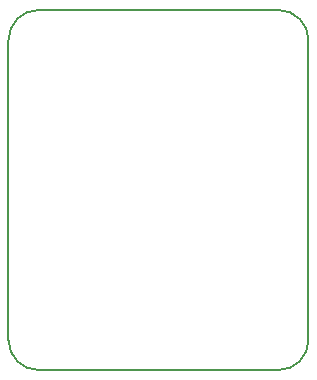
<source format=gko>
G04 DipTrace 3.1.0.1*
G04 fr2311diptrace.gko*
%MOIN*%
G04 #@! TF.FileFunction,Profile*
G04 #@! TF.Part,Single*
%ADD11C,0.006*%
%FSLAX26Y26*%
G04*
G70*
G90*
G75*
G01*
G04 BoardOutline*
%LPD*%
X494000Y394000D2*
D11*
X1294000D1*
G03X1394000Y494000I2J99998D01*
G01*
Y1494000D1*
G03X1294000Y1594000I-99998J2D01*
G01*
X494000D1*
G03X394000Y1494000I-2J-99998D01*
G01*
Y494000D1*
G03X494000Y394000I99998J-2D01*
G01*
M02*

</source>
